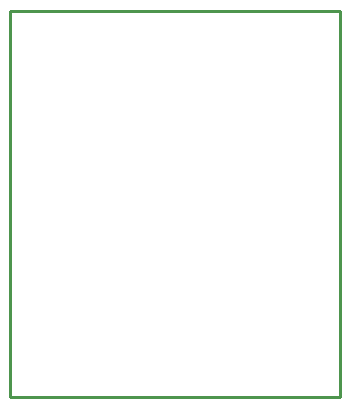
<source format=gbr>
G04 EAGLE Gerber RS-274X export*
G75*
%MOMM*%
%FSLAX34Y34*%
%LPD*%
%IN*%
%IPPOS*%
%AMOC8*
5,1,8,0,0,1.08239X$1,22.5*%
G01*
%ADD10C,0.254000*%


D10*
X0Y381000D02*
X279200Y381000D01*
X279200Y707900D01*
X0Y707900D01*
X0Y381000D01*
M02*

</source>
